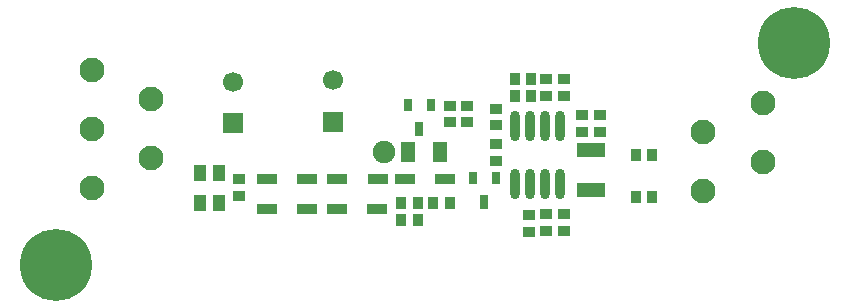
<source format=gts>
G04*
G04 #@! TF.GenerationSoftware,Altium Limited,Altium Designer,18.0.7 (293)*
G04*
G04 Layer_Color=8388736*
%FSLAX44Y44*%
%MOMM*%
G71*
G01*
G75*
%ADD27R,0.7500X1.2000*%
%ADD28R,0.7500X1.0000*%
%ADD29R,1.0000X0.9000*%
%ADD30R,1.2000X1.8000*%
%ADD31O,0.8000X2.6000*%
%ADD32R,2.3500X1.2000*%
%ADD33R,1.1000X1.4000*%
%ADD34R,0.9000X1.0000*%
%ADD35R,1.7000X0.9000*%
%ADD36C,6.1000*%
%ADD37C,1.7000*%
%ADD38R,1.7000X1.7000*%
%ADD39C,2.1000*%
%ADD40C,1.9000*%
D27*
X340000Y147125D02*
D03*
X395000Y85125D02*
D03*
D28*
X330500Y167875D02*
D03*
X349500D02*
D03*
X385500Y105875D02*
D03*
X404500D02*
D03*
D29*
X380000Y152998D02*
D03*
Y166998D02*
D03*
X365498Y152998D02*
D03*
Y166998D02*
D03*
X462500Y61000D02*
D03*
Y75000D02*
D03*
X447500Y61000D02*
D03*
Y75000D02*
D03*
X477500Y159000D02*
D03*
Y145000D02*
D03*
X492500Y159000D02*
D03*
Y145000D02*
D03*
X405000Y120498D02*
D03*
Y134498D02*
D03*
X447500Y189502D02*
D03*
Y175502D02*
D03*
X462500Y189502D02*
D03*
Y175502D02*
D03*
X432500Y74502D02*
D03*
Y60502D02*
D03*
X187500Y104610D02*
D03*
Y90610D02*
D03*
X405000Y150498D02*
D03*
Y164498D02*
D03*
D30*
X330498Y127500D02*
D03*
X357498D02*
D03*
D31*
X420950Y100500D02*
D03*
X433650D02*
D03*
X446350D02*
D03*
X459050D02*
D03*
X420950Y149500D02*
D03*
X433650D02*
D03*
X446350D02*
D03*
X459050D02*
D03*
D32*
X485000Y95500D02*
D03*
Y129500D02*
D03*
D33*
X154500Y85000D02*
D03*
X170500D02*
D03*
X154500Y110000D02*
D03*
X170500D02*
D03*
D34*
X537002Y125000D02*
D03*
X523002D02*
D03*
X434502Y190000D02*
D03*
X420502D02*
D03*
X434502Y175000D02*
D03*
X420502D02*
D03*
X537002Y90000D02*
D03*
X523002D02*
D03*
X338502Y85000D02*
D03*
X324502D02*
D03*
X338502Y70000D02*
D03*
X324502D02*
D03*
X351498Y85000D02*
D03*
X365498D02*
D03*
D35*
X362000Y105000D02*
D03*
X328000D02*
D03*
X244500D02*
D03*
X210500D02*
D03*
X270500D02*
D03*
X304500D02*
D03*
X270000Y80000D02*
D03*
X304000D02*
D03*
X210500D02*
D03*
X244500D02*
D03*
D36*
X32500Y32500D02*
D03*
X657500Y220000D02*
D03*
D37*
X266506Y188489D02*
D03*
X182500Y187500D02*
D03*
D38*
X266506Y153489D02*
D03*
X182500Y152500D02*
D03*
D39*
X62396Y197392D02*
D03*
Y97608D02*
D03*
X112604Y122500D02*
D03*
X62396Y147392D02*
D03*
X112604Y172538D02*
D03*
X580396Y94535D02*
D03*
X630604Y119681D02*
D03*
X580396Y144573D02*
D03*
X630604Y169465D02*
D03*
D40*
X310000Y127500D02*
D03*
M02*

</source>
